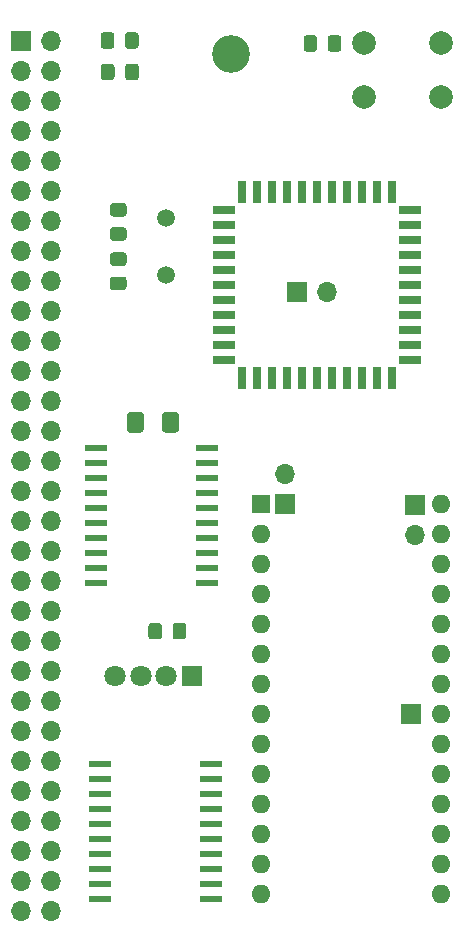
<source format=gbr>
%TF.GenerationSoftware,KiCad,Pcbnew,5.1.9+dfsg1-1+deb11u1*%
%TF.CreationDate,2024-10-31T16:52:42-07:00*%
%TF.ProjectId,8051,38303531-2e6b-4696-9361-645f70636258,rev?*%
%TF.SameCoordinates,Original*%
%TF.FileFunction,Soldermask,Top*%
%TF.FilePolarity,Negative*%
%FSLAX46Y46*%
G04 Gerber Fmt 4.6, Leading zero omitted, Abs format (unit mm)*
G04 Created by KiCad (PCBNEW 5.1.9+dfsg1-1+deb11u1) date 2024-10-31 16:52:42*
%MOMM*%
%LPD*%
G01*
G04 APERTURE LIST*
%ADD10R,1.700000X1.700000*%
%ADD11C,3.200000*%
%ADD12O,1.600000X1.600000*%
%ADD13R,1.600000X1.600000*%
%ADD14O,1.700000X1.700000*%
%ADD15C,1.800000*%
%ADD16R,1.800000X1.800000*%
%ADD17C,1.500000*%
%ADD18R,1.950000X0.600000*%
%ADD19R,0.700000X1.925000*%
%ADD20R,1.925000X0.700000*%
%ADD21C,2.000000*%
G04 APERTURE END LIST*
D10*
%TO.C,J5*%
X124000000Y-120300000D03*
%TD*%
D11*
%TO.C,H1*%
X108700000Y-64400000D03*
%TD*%
D12*
%TO.C,U5*%
X126490000Y-102500000D03*
X111250000Y-135520000D03*
X126490000Y-105040000D03*
X111250000Y-132980000D03*
X126490000Y-107580000D03*
X111250000Y-130440000D03*
X126490000Y-110120000D03*
X111250000Y-127900000D03*
X126490000Y-112660000D03*
X111250000Y-125360000D03*
X126490000Y-115200000D03*
X111250000Y-122820000D03*
X126490000Y-117740000D03*
X111250000Y-120280000D03*
X126490000Y-120280000D03*
X111250000Y-117740000D03*
X126490000Y-122820000D03*
X111250000Y-115200000D03*
X126490000Y-125360000D03*
X111250000Y-112660000D03*
X126490000Y-127900000D03*
X111250000Y-110120000D03*
X126490000Y-130440000D03*
X111250000Y-107580000D03*
X126490000Y-132980000D03*
X111250000Y-105040000D03*
X126490000Y-135520000D03*
D13*
X111250000Y-102500000D03*
%TD*%
D14*
%TO.C,J4*%
X124333000Y-105156000D03*
D10*
X124333000Y-102616000D03*
%TD*%
D14*
%TO.C,J3*%
X113284000Y-99949000D03*
D10*
X113284000Y-102489000D03*
%TD*%
%TO.C,D4*%
G36*
G01*
X98873000Y-65462999D02*
X98873000Y-66363001D01*
G75*
G02*
X98623001Y-66613000I-249999J0D01*
G01*
X97972999Y-66613000D01*
G75*
G02*
X97723000Y-66363001I0J249999D01*
G01*
X97723000Y-65462999D01*
G75*
G02*
X97972999Y-65213000I249999J0D01*
G01*
X98623001Y-65213000D01*
G75*
G02*
X98873000Y-65462999I0J-249999D01*
G01*
G37*
G36*
G01*
X100923000Y-65462999D02*
X100923000Y-66363001D01*
G75*
G02*
X100673001Y-66613000I-249999J0D01*
G01*
X100022999Y-66613000D01*
G75*
G02*
X99773000Y-66363001I0J249999D01*
G01*
X99773000Y-65462999D01*
G75*
G02*
X100022999Y-65213000I249999J0D01*
G01*
X100673001Y-65213000D01*
G75*
G02*
X100923000Y-65462999I0J-249999D01*
G01*
G37*
%TD*%
%TO.C,D3*%
G36*
G01*
X98855000Y-62795999D02*
X98855000Y-63696001D01*
G75*
G02*
X98605001Y-63946000I-249999J0D01*
G01*
X97954999Y-63946000D01*
G75*
G02*
X97705000Y-63696001I0J249999D01*
G01*
X97705000Y-62795999D01*
G75*
G02*
X97954999Y-62546000I249999J0D01*
G01*
X98605001Y-62546000D01*
G75*
G02*
X98855000Y-62795999I0J-249999D01*
G01*
G37*
G36*
G01*
X100905000Y-62795999D02*
X100905000Y-63696001D01*
G75*
G02*
X100655001Y-63946000I-249999J0D01*
G01*
X100004999Y-63946000D01*
G75*
G02*
X99755000Y-63696001I0J249999D01*
G01*
X99755000Y-62795999D01*
G75*
G02*
X100004999Y-62546000I249999J0D01*
G01*
X100655001Y-62546000D01*
G75*
G02*
X100905000Y-62795999I0J-249999D01*
G01*
G37*
%TD*%
%TO.C,R5*%
G36*
G01*
X102893600Y-112808599D02*
X102893600Y-113708601D01*
G75*
G02*
X102643601Y-113958600I-249999J0D01*
G01*
X101993599Y-113958600D01*
G75*
G02*
X101743600Y-113708601I0J249999D01*
G01*
X101743600Y-112808599D01*
G75*
G02*
X101993599Y-112558600I249999J0D01*
G01*
X102643601Y-112558600D01*
G75*
G02*
X102893600Y-112808599I0J-249999D01*
G01*
G37*
G36*
G01*
X104943600Y-112808599D02*
X104943600Y-113708601D01*
G75*
G02*
X104693601Y-113958600I-249999J0D01*
G01*
X104043599Y-113958600D01*
G75*
G02*
X103793600Y-113708601I0J249999D01*
G01*
X103793600Y-112808599D01*
G75*
G02*
X104043599Y-112558600I249999J0D01*
G01*
X104693601Y-112558600D01*
G75*
G02*
X104943600Y-112808599I0J-249999D01*
G01*
G37*
%TD*%
D15*
%TO.C,D2*%
X98933000Y-117094000D03*
X101092000Y-117094000D03*
X103251000Y-117094000D03*
D16*
X105410000Y-117094000D03*
%TD*%
%TO.C,D1*%
G36*
G01*
X116925000Y-63950001D02*
X116925000Y-63049999D01*
G75*
G02*
X117174999Y-62800000I249999J0D01*
G01*
X117825001Y-62800000D01*
G75*
G02*
X118075000Y-63049999I0J-249999D01*
G01*
X118075000Y-63950001D01*
G75*
G02*
X117825001Y-64200000I-249999J0D01*
G01*
X117174999Y-64200000D01*
G75*
G02*
X116925000Y-63950001I0J249999D01*
G01*
G37*
G36*
G01*
X114875000Y-63950001D02*
X114875000Y-63049999D01*
G75*
G02*
X115124999Y-62800000I249999J0D01*
G01*
X115775001Y-62800000D01*
G75*
G02*
X116025000Y-63049999I0J-249999D01*
G01*
X116025000Y-63950001D01*
G75*
G02*
X115775001Y-64200000I-249999J0D01*
G01*
X115124999Y-64200000D01*
G75*
G02*
X114875000Y-63950001I0J249999D01*
G01*
G37*
%TD*%
%TO.C,C4*%
G36*
G01*
X101347300Y-94955200D02*
X101347300Y-96205200D01*
G75*
G02*
X101097300Y-96455200I-250000J0D01*
G01*
X100172300Y-96455200D01*
G75*
G02*
X99922300Y-96205200I0J250000D01*
G01*
X99922300Y-94955200D01*
G75*
G02*
X100172300Y-94705200I250000J0D01*
G01*
X101097300Y-94705200D01*
G75*
G02*
X101347300Y-94955200I0J-250000D01*
G01*
G37*
G36*
G01*
X104322300Y-94955200D02*
X104322300Y-96205200D01*
G75*
G02*
X104072300Y-96455200I-250000J0D01*
G01*
X103147300Y-96455200D01*
G75*
G02*
X102897300Y-96205200I0J250000D01*
G01*
X102897300Y-94955200D01*
G75*
G02*
X103147300Y-94705200I250000J0D01*
G01*
X104072300Y-94705200D01*
G75*
G02*
X104322300Y-94955200I0J-250000D01*
G01*
G37*
%TD*%
D14*
%TO.C,J2*%
X93500000Y-136990000D03*
X90960000Y-136990000D03*
X93500000Y-134450000D03*
X90960000Y-134450000D03*
X93500000Y-131910000D03*
X90960000Y-131910000D03*
X93500000Y-129370000D03*
X90960000Y-129370000D03*
X93500000Y-126830000D03*
X90960000Y-126830000D03*
X93500000Y-124290000D03*
X90960000Y-124290000D03*
X93500000Y-121750000D03*
X90960000Y-121750000D03*
X93500000Y-119210000D03*
X90960000Y-119210000D03*
X93500000Y-116670000D03*
X90960000Y-116670000D03*
X93500000Y-114130000D03*
X90960000Y-114130000D03*
X93500000Y-111590000D03*
X90960000Y-111590000D03*
X93500000Y-109050000D03*
X90960000Y-109050000D03*
X93500000Y-106510000D03*
X90960000Y-106510000D03*
X93500000Y-103970000D03*
X90960000Y-103970000D03*
X93500000Y-101430000D03*
X90960000Y-101430000D03*
X93500000Y-98890000D03*
X90960000Y-98890000D03*
X93500000Y-96350000D03*
X90960000Y-96350000D03*
X93500000Y-93810000D03*
X90960000Y-93810000D03*
X93500000Y-91270000D03*
X90960000Y-91270000D03*
X93500000Y-88730000D03*
X90960000Y-88730000D03*
X93500000Y-86190000D03*
X90960000Y-86190000D03*
X93500000Y-83650000D03*
X90960000Y-83650000D03*
X93500000Y-81110000D03*
X90960000Y-81110000D03*
X93500000Y-78570000D03*
X90960000Y-78570000D03*
X93500000Y-76030000D03*
X90960000Y-76030000D03*
X93500000Y-73490000D03*
X90960000Y-73490000D03*
X93500000Y-70950000D03*
X90960000Y-70950000D03*
X93500000Y-68410000D03*
X90960000Y-68410000D03*
X93500000Y-65870000D03*
X90960000Y-65870000D03*
X93500000Y-63330000D03*
D10*
X90960000Y-63330000D03*
%TD*%
D17*
%TO.C,Y1*%
X103250000Y-83130000D03*
X103250000Y-78250000D03*
%TD*%
D18*
%TO.C,U3*%
X106700000Y-97785000D03*
X106700000Y-99055000D03*
X106700000Y-100325000D03*
X106700000Y-101595000D03*
X106700000Y-102865000D03*
X106700000Y-104135000D03*
X106700000Y-105405000D03*
X106700000Y-106675000D03*
X106700000Y-107945000D03*
X106700000Y-109215000D03*
X97300000Y-109215000D03*
X97300000Y-107945000D03*
X97300000Y-106675000D03*
X97300000Y-105405000D03*
X97300000Y-104135000D03*
X97300000Y-102865000D03*
X97300000Y-101595000D03*
X97300000Y-100325000D03*
X97300000Y-99055000D03*
X97300000Y-97785000D03*
%TD*%
%TO.C,U2*%
X97600000Y-135965000D03*
X97600000Y-134695000D03*
X97600000Y-133425000D03*
X97600000Y-132155000D03*
X97600000Y-130885000D03*
X97600000Y-129615000D03*
X97600000Y-128345000D03*
X97600000Y-127075000D03*
X97600000Y-125805000D03*
X97600000Y-124535000D03*
X107000000Y-124535000D03*
X107000000Y-125805000D03*
X107000000Y-127075000D03*
X107000000Y-128345000D03*
X107000000Y-129615000D03*
X107000000Y-130885000D03*
X107000000Y-132155000D03*
X107000000Y-133425000D03*
X107000000Y-134695000D03*
X107000000Y-135965000D03*
%TD*%
D19*
%TO.C,U1*%
X122350000Y-91802500D03*
X121080000Y-91802500D03*
X119810000Y-91802500D03*
X118540000Y-91802500D03*
X117270000Y-91802500D03*
X116000000Y-91802500D03*
X114730000Y-91802500D03*
X113460000Y-91802500D03*
X112190000Y-91802500D03*
X110920000Y-91802500D03*
X109650000Y-91802500D03*
D20*
X108137500Y-90290000D03*
X108137500Y-89020000D03*
X108137500Y-87750000D03*
X108137500Y-86480000D03*
X108137500Y-85210000D03*
X108137500Y-83940000D03*
X108137500Y-82670000D03*
X108137500Y-81400000D03*
X108137500Y-80130000D03*
X108137500Y-78860000D03*
X108137500Y-77590000D03*
D19*
X109650000Y-76077500D03*
X110920000Y-76077500D03*
X112190000Y-76077500D03*
X113460000Y-76077500D03*
X114730000Y-76077500D03*
X116000000Y-76077500D03*
X117270000Y-76077500D03*
X118540000Y-76077500D03*
X119810000Y-76077500D03*
X121080000Y-76077500D03*
X122350000Y-76077500D03*
D20*
X123862500Y-90290000D03*
X123862500Y-89020000D03*
X123862500Y-87750000D03*
X123862500Y-86480000D03*
X123862500Y-85210000D03*
X123862500Y-77590000D03*
X123862500Y-78860000D03*
X123862500Y-80130000D03*
X123862500Y-81400000D03*
X123862500Y-82670000D03*
X123862500Y-83940000D03*
%TD*%
D21*
%TO.C,SW1*%
X126500000Y-63500000D03*
X126500000Y-68000000D03*
X120000000Y-63500000D03*
X120000000Y-68000000D03*
%TD*%
D14*
%TO.C,J1*%
X116840000Y-84582000D03*
D10*
X114300000Y-84582000D03*
%TD*%
%TO.C,C2*%
G36*
G01*
X99637001Y-82345000D02*
X98736999Y-82345000D01*
G75*
G02*
X98487000Y-82095001I0J249999D01*
G01*
X98487000Y-81444999D01*
G75*
G02*
X98736999Y-81195000I249999J0D01*
G01*
X99637001Y-81195000D01*
G75*
G02*
X99887000Y-81444999I0J-249999D01*
G01*
X99887000Y-82095001D01*
G75*
G02*
X99637001Y-82345000I-249999J0D01*
G01*
G37*
G36*
G01*
X99637001Y-84395000D02*
X98736999Y-84395000D01*
G75*
G02*
X98487000Y-84145001I0J249999D01*
G01*
X98487000Y-83494999D01*
G75*
G02*
X98736999Y-83245000I249999J0D01*
G01*
X99637001Y-83245000D01*
G75*
G02*
X99887000Y-83494999I0J-249999D01*
G01*
X99887000Y-84145001D01*
G75*
G02*
X99637001Y-84395000I-249999J0D01*
G01*
G37*
%TD*%
%TO.C,C1*%
G36*
G01*
X98736999Y-79054000D02*
X99637001Y-79054000D01*
G75*
G02*
X99887000Y-79303999I0J-249999D01*
G01*
X99887000Y-79954001D01*
G75*
G02*
X99637001Y-80204000I-249999J0D01*
G01*
X98736999Y-80204000D01*
G75*
G02*
X98487000Y-79954001I0J249999D01*
G01*
X98487000Y-79303999D01*
G75*
G02*
X98736999Y-79054000I249999J0D01*
G01*
G37*
G36*
G01*
X98736999Y-77004000D02*
X99637001Y-77004000D01*
G75*
G02*
X99887000Y-77253999I0J-249999D01*
G01*
X99887000Y-77904001D01*
G75*
G02*
X99637001Y-78154000I-249999J0D01*
G01*
X98736999Y-78154000D01*
G75*
G02*
X98487000Y-77904001I0J249999D01*
G01*
X98487000Y-77253999D01*
G75*
G02*
X98736999Y-77004000I249999J0D01*
G01*
G37*
%TD*%
M02*

</source>
